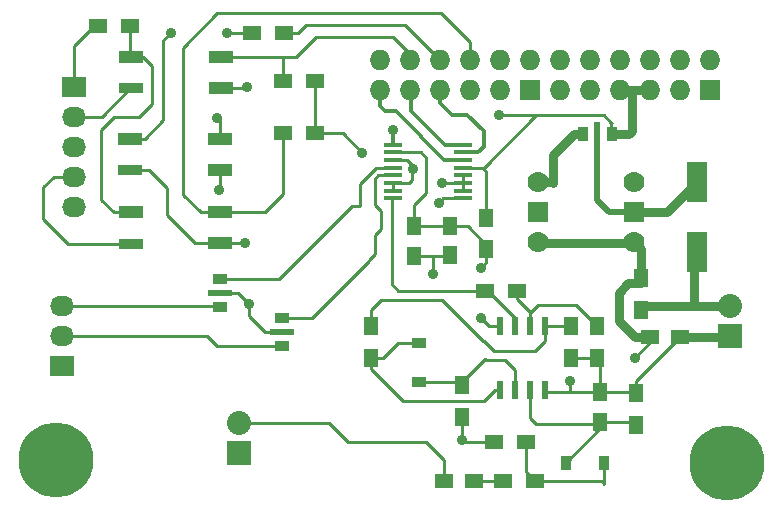
<source format=gtl>
G04 #@! TF.FileFunction,Copper,L1,Top,Signal*
%FSLAX46Y46*%
G04 Gerber Fmt 4.6, Leading zero omitted, Abs format (unit mm)*
G04 Created by KiCad (PCBNEW 4.0.1-stable) date 24/01/2016 09:13:41*
%MOMM*%
G01*
G04 APERTURE LIST*
%ADD10C,0.100000*%
%ADD11R,1.800860X3.500120*%
%ADD12R,1.250000X1.500000*%
%ADD13R,1.500000X1.250000*%
%ADD14R,1.249680X0.899160*%
%ADD15R,1.998980X0.500380*%
%ADD16R,0.899160X1.249680*%
%ADD17R,0.500380X1.998980*%
%ADD18R,2.032000X2.032000*%
%ADD19O,2.032000X2.032000*%
%ADD20R,2.032000X1.727200*%
%ADD21O,2.032000X1.727200*%
%ADD22R,1.727200X1.727200*%
%ADD23O,1.727200X1.727200*%
%ADD24C,1.778000*%
%ADD25R,1.778000X1.778000*%
%ADD26R,1.500000X1.300000*%
%ADD27R,1.300000X1.500000*%
%ADD28R,1.500000X0.450000*%
%ADD29C,6.350000*%
%ADD30R,0.600000X1.550000*%
%ADD31R,0.910000X1.220000*%
%ADD32R,1.220000X0.910000*%
%ADD33R,1.998980X0.899160*%
%ADD34R,1.998980X1.000760*%
%ADD35C,0.889000*%
%ADD36C,0.780000*%
%ADD37C,0.254000*%
%ADD38C,0.350000*%
%ADD39C,0.500000*%
G04 APERTURE END LIST*
D10*
D11*
X157800000Y-112550260D03*
X157800000Y-118549740D03*
D12*
X136900000Y-116300000D03*
X136900000Y-118800000D03*
X133900000Y-116350000D03*
X133900000Y-118850000D03*
D13*
X153850000Y-125750000D03*
X156350000Y-125750000D03*
D14*
X117411500Y-120784620D03*
X117411500Y-123182380D03*
D15*
X117411500Y-121983500D03*
D16*
X148201120Y-108500000D03*
X150598880Y-108500000D03*
D17*
X149400000Y-108500000D03*
D14*
X122682000Y-124086620D03*
X122682000Y-126484380D03*
D15*
X122682000Y-125285500D03*
D18*
X160650000Y-125600000D03*
D19*
X160650000Y-123060000D03*
D20*
X104076500Y-128206500D03*
D21*
X104076500Y-125666500D03*
X104076500Y-123126500D03*
D22*
X143700000Y-104800000D03*
D23*
X143700000Y-102260000D03*
X141160000Y-104800000D03*
X141160000Y-102260000D03*
X138620000Y-104800000D03*
X138620000Y-102260000D03*
X136080000Y-104800000D03*
X136080000Y-102260000D03*
X133540000Y-104800000D03*
X133540000Y-102260000D03*
X131000000Y-104800000D03*
X131000000Y-102260000D03*
D22*
X158900000Y-104800000D03*
D23*
X158900000Y-102260000D03*
X156360000Y-104800000D03*
X156360000Y-102260000D03*
X153820000Y-104800000D03*
X153820000Y-102260000D03*
X151280000Y-104800000D03*
X151280000Y-102260000D03*
X148740000Y-104800000D03*
X148740000Y-102260000D03*
X146200000Y-104800000D03*
X146200000Y-102260000D03*
D24*
X152500000Y-117640000D03*
D25*
X152500000Y-115100000D03*
D24*
X152500000Y-112560000D03*
X144350000Y-117690000D03*
D25*
X144350000Y-115150000D03*
D24*
X144350000Y-112610000D03*
D12*
X149650000Y-132900000D03*
X149650000Y-130400000D03*
D18*
X119062500Y-135572500D03*
D19*
X119062500Y-133032500D03*
D26*
X141398000Y-137922000D03*
X144098000Y-137922000D03*
X143336000Y-134620000D03*
X140636000Y-134620000D03*
D27*
X152650000Y-133150000D03*
X152650000Y-130450000D03*
X137900000Y-129800000D03*
X137900000Y-132500000D03*
X130250000Y-124750000D03*
X130250000Y-127450000D03*
X147150000Y-124750000D03*
X147150000Y-127450000D03*
X149350000Y-124750000D03*
X149350000Y-127450000D03*
D26*
X139850000Y-121800000D03*
X142550000Y-121800000D03*
D28*
X132100000Y-109425000D03*
X132100000Y-110075000D03*
X132100000Y-110725000D03*
X132100000Y-111375000D03*
X132100000Y-112025000D03*
X132100000Y-112675000D03*
X132100000Y-113325000D03*
X132100000Y-113975000D03*
X138000000Y-113975000D03*
X138000000Y-113325000D03*
X138000000Y-112675000D03*
X138000000Y-112025000D03*
X138000000Y-111375000D03*
X138000000Y-110725000D03*
X138000000Y-110075000D03*
X138000000Y-109425000D03*
D29*
X103568500Y-136144000D03*
X160400000Y-136400000D03*
D30*
X141145000Y-130200000D03*
X142415000Y-130200000D03*
X143685000Y-130200000D03*
X144955000Y-130200000D03*
X144955000Y-124800000D03*
X143685000Y-124800000D03*
X142415000Y-124800000D03*
X141145000Y-124800000D03*
D13*
X138918000Y-137922000D03*
X136418000Y-137922000D03*
D31*
X146701000Y-136398000D03*
X149971000Y-136398000D03*
D32*
X134250000Y-129485000D03*
X134250000Y-126215000D03*
D27*
X153100000Y-123450000D03*
X153100000Y-120750000D03*
X140000000Y-115600000D03*
X140000000Y-118300000D03*
D20*
X105092500Y-104521000D03*
D21*
X105092500Y-107061000D03*
X105092500Y-109601000D03*
X105092500Y-112141000D03*
X105092500Y-114681000D03*
D26*
X109808000Y-99377500D03*
X107108000Y-99377500D03*
X122825500Y-99949000D03*
X120125500Y-99949000D03*
X125492500Y-104076500D03*
X122792500Y-104076500D03*
X125492500Y-108458000D03*
X122792500Y-108458000D03*
D33*
X109928660Y-104663240D03*
D34*
X109928660Y-102014020D03*
X117528340Y-102014020D03*
X117528340Y-104614980D03*
D33*
X109801660Y-111584740D03*
D34*
X109801660Y-108935520D03*
X117401340Y-108935520D03*
X117401340Y-111536480D03*
D33*
X109865160Y-117807740D03*
D34*
X109865160Y-115158520D03*
X117464840Y-115158520D03*
X117464840Y-117759480D03*
D35*
X119888000Y-122936000D03*
X119697500Y-104584500D03*
X119570500Y-117729000D03*
X137900000Y-134400000D03*
X133800000Y-111500000D03*
X136250000Y-112650000D03*
X147050000Y-129400000D03*
X135500000Y-120350000D03*
X141097000Y-106934000D03*
X129476500Y-110109000D03*
X152550000Y-127450000D03*
X139550000Y-124100000D03*
X139550000Y-119850000D03*
X132100000Y-108200000D03*
X135950000Y-114350000D03*
X117221000Y-107188000D03*
X117348000Y-113284000D03*
X113284000Y-99949000D03*
X118046500Y-99949000D03*
D36*
X157600000Y-123052500D02*
X157600000Y-118749740D01*
D37*
X157600000Y-118749740D02*
X157800000Y-118549740D01*
D36*
X153100000Y-123052500D02*
X157600000Y-123052500D01*
X157600000Y-123052500D02*
X160642500Y-123052500D01*
D37*
X160642500Y-123052500D02*
X160650000Y-123060000D01*
X122682000Y-125285500D02*
X121221500Y-125285500D01*
X118935500Y-121983500D02*
X119888000Y-122936000D01*
X118935500Y-121983500D02*
X117411500Y-121983500D01*
X119888000Y-123952000D02*
X119888000Y-122936000D01*
X121221500Y-125285500D02*
X119888000Y-123952000D01*
X117528340Y-104614980D02*
X119667020Y-104614980D01*
X119667020Y-104614980D02*
X119697500Y-104584500D01*
X117464840Y-117759480D02*
X119540020Y-117759480D01*
X119540020Y-117759480D02*
X119570500Y-117729000D01*
X117464840Y-117759480D02*
X115346480Y-117759480D01*
X111457740Y-111584740D02*
X109801660Y-111584740D01*
X112966500Y-113093500D02*
X111457740Y-111584740D01*
X112966500Y-115379500D02*
X112966500Y-113093500D01*
X115346480Y-117759480D02*
X112966500Y-115379500D01*
X140636000Y-134620000D02*
X138120000Y-134620000D01*
X137900000Y-134400000D02*
X137900000Y-132600000D01*
X138120000Y-134620000D02*
X137900000Y-134400000D01*
X132100000Y-112675000D02*
X133475000Y-112675000D01*
X133275000Y-110725000D02*
X133800000Y-111250000D01*
X133800000Y-111250000D02*
X133800000Y-111500000D01*
X133275000Y-110725000D02*
X132100000Y-110725000D01*
X133700000Y-111600000D02*
X133800000Y-111500000D01*
X133700000Y-112450000D02*
X133700000Y-111600000D01*
X133475000Y-112675000D02*
X133700000Y-112450000D01*
X132100000Y-113325000D02*
X132100000Y-112675000D01*
X138000000Y-112675000D02*
X136275000Y-112675000D01*
X136275000Y-112675000D02*
X136250000Y-112650000D01*
X138000000Y-112675000D02*
X138000000Y-112025000D01*
X138000000Y-113325000D02*
X138000000Y-112675000D01*
D36*
X152500000Y-115100000D02*
X155250260Y-115100000D01*
X155250260Y-115100000D02*
X157800000Y-112550260D01*
D37*
X147100000Y-130400000D02*
X147100000Y-129450000D01*
X147100000Y-129450000D02*
X147050000Y-129400000D01*
X147150000Y-127450000D02*
X149350000Y-127450000D01*
X149650000Y-130400000D02*
X147100000Y-130400000D01*
X147100000Y-130400000D02*
X145155000Y-130400000D01*
X145155000Y-130400000D02*
X144955000Y-130200000D01*
D36*
X156350000Y-125750000D02*
X160500000Y-125750000D01*
D37*
X160500000Y-125750000D02*
X160650000Y-125600000D01*
X152650000Y-130450000D02*
X152650000Y-129450000D01*
X152650000Y-129450000D02*
X156350000Y-125750000D01*
X149650000Y-130400000D02*
X149650000Y-127750000D01*
X149650000Y-127750000D02*
X149350000Y-127450000D01*
X149650000Y-130400000D02*
X152600000Y-130400000D01*
X152600000Y-130400000D02*
X152650000Y-130450000D01*
X135450000Y-118850000D02*
X135450000Y-120300000D01*
X135450000Y-120300000D02*
X135500000Y-120350000D01*
X133900000Y-118850000D02*
X135450000Y-118850000D01*
X135450000Y-118850000D02*
X136850000Y-118850000D01*
X136850000Y-118850000D02*
X136900000Y-118800000D01*
D38*
X152500000Y-115100000D02*
X153000000Y-115100000D01*
D39*
X152500000Y-115100000D02*
X150400000Y-115100000D01*
X150400000Y-115100000D02*
X149400000Y-114100000D01*
X149400000Y-114100000D02*
X149400000Y-108500000D01*
D37*
X129286000Y-114625120D02*
X128579880Y-114625120D01*
X129286000Y-112776000D02*
X130687000Y-111375000D01*
X132100000Y-111375000D02*
X130687000Y-111375000D01*
X129286000Y-114625120D02*
X129286000Y-112776000D01*
X122420380Y-120784620D02*
X117411500Y-120784620D01*
X128579880Y-114625120D02*
X122420380Y-120784620D01*
X130051810Y-119193310D02*
X130051810Y-119249190D01*
X125214380Y-124086620D02*
X122682000Y-124086620D01*
X130051810Y-119249190D02*
X125214380Y-124086620D01*
X132100000Y-112025000D02*
X130821000Y-112025000D01*
X130556000Y-118689120D02*
X130051810Y-119193310D01*
X130051810Y-119193310D02*
X130048000Y-119197120D01*
X130556000Y-117094000D02*
X130556000Y-118689120D01*
X131064000Y-116586000D02*
X130556000Y-117094000D01*
X131064000Y-115062000D02*
X131064000Y-116586000D01*
X130556000Y-114554000D02*
X131064000Y-115062000D01*
X130556000Y-112290000D02*
X130556000Y-114554000D01*
X130821000Y-112025000D02*
X130556000Y-112290000D01*
D36*
X145600000Y-112600000D02*
X144360000Y-112600000D01*
X144360000Y-112600000D02*
X144350000Y-112610000D01*
X145600000Y-112660000D02*
X145600000Y-112600000D01*
X145600000Y-112600000D02*
X145600000Y-110300000D01*
X145600000Y-110300000D02*
X147400000Y-108500000D01*
X147400000Y-108500000D02*
X148201120Y-108500000D01*
D37*
X125492500Y-108458000D02*
X127825500Y-108458000D01*
X141113000Y-106950000D02*
X144200000Y-106950000D01*
X141097000Y-106934000D02*
X141113000Y-106950000D01*
X127825500Y-108458000D02*
X129476500Y-110109000D01*
X125492500Y-104076500D02*
X125492500Y-108458000D01*
D36*
X150598880Y-108500000D02*
X152100000Y-108500000D01*
X152300000Y-108300000D02*
X152300000Y-104800000D01*
X152100000Y-108500000D02*
X152300000Y-108300000D01*
D37*
X150550000Y-107550000D02*
X150550000Y-108451120D01*
X150550000Y-108451120D02*
X150598880Y-108500000D01*
X138000000Y-111375000D02*
X139775000Y-111375000D01*
X139775000Y-111375000D02*
X144200000Y-106950000D01*
X149950000Y-106950000D02*
X150550000Y-107550000D01*
X144200000Y-106950000D02*
X149950000Y-106950000D01*
X150550000Y-107550000D02*
X150598880Y-107598880D01*
X140000000Y-115997500D02*
X140000000Y-111700000D01*
X139675000Y-111375000D02*
X139650000Y-111375000D01*
X139650000Y-111375000D02*
X138000000Y-111375000D01*
X140000000Y-111700000D02*
X139675000Y-111375000D01*
D36*
X151280000Y-104800000D02*
X152300000Y-104800000D01*
X152300000Y-104800000D02*
X153820000Y-104800000D01*
D37*
X153850000Y-125750000D02*
X153850000Y-126150000D01*
X153850000Y-126150000D02*
X152550000Y-127450000D01*
D36*
X144400000Y-117740000D02*
X145600000Y-117740000D01*
X145600000Y-117740000D02*
X152400000Y-117740000D01*
X144400000Y-117740000D02*
X144350000Y-117690000D01*
X153850000Y-125750000D02*
X152600000Y-125750000D01*
X152002500Y-121147500D02*
X153100000Y-121147500D01*
X151200000Y-121950000D02*
X152002500Y-121147500D01*
X151200000Y-124350000D02*
X151200000Y-121950000D01*
X152600000Y-125750000D02*
X151200000Y-124350000D01*
X153100000Y-121147500D02*
X153100000Y-118240000D01*
X153100000Y-118240000D02*
X152500000Y-117640000D01*
D38*
X152400000Y-117740000D02*
X152500000Y-117640000D01*
D37*
X136900000Y-116300000D02*
X138397500Y-116300000D01*
X138397500Y-116300000D02*
X140000000Y-117902500D01*
X133900000Y-116350000D02*
X136850000Y-116350000D01*
X136850000Y-116350000D02*
X136900000Y-116300000D01*
X141145000Y-124800000D02*
X140250000Y-124800000D01*
X140250000Y-124800000D02*
X139550000Y-124100000D01*
X139550000Y-119850000D02*
X140000000Y-119400000D01*
X140000000Y-119400000D02*
X140000000Y-117902500D01*
X133900000Y-116350000D02*
X133900000Y-114500000D01*
X134425000Y-110075000D02*
X132100000Y-110075000D01*
X134900000Y-110550000D02*
X134425000Y-110075000D01*
X134900000Y-113500000D02*
X134900000Y-110550000D01*
X133900000Y-114500000D02*
X134900000Y-113500000D01*
X104076500Y-123126500D02*
X117355620Y-123126500D01*
X117355620Y-123126500D02*
X117411500Y-123182380D01*
X122682000Y-126484380D02*
X117149880Y-126484380D01*
X116332000Y-125666500D02*
X104076500Y-125666500D01*
X117149880Y-126484380D02*
X116332000Y-125666500D01*
D38*
X143700000Y-102260000D02*
X143340000Y-102260000D01*
X132100000Y-109425000D02*
X132100000Y-108200000D01*
X138000000Y-110075000D02*
X139325000Y-110075000D01*
X136080000Y-105880000D02*
X136080000Y-104800000D01*
X137100000Y-106900000D02*
X136080000Y-105880000D01*
X138350000Y-106900000D02*
X137100000Y-106900000D01*
X139750000Y-108300000D02*
X138350000Y-106900000D01*
X139750000Y-109650000D02*
X139750000Y-108300000D01*
X139325000Y-110075000D02*
X139750000Y-109650000D01*
X138000000Y-109425000D02*
X136475000Y-109425000D01*
X133650000Y-106600000D02*
X133650000Y-104910000D01*
X136475000Y-109425000D02*
X133650000Y-106600000D01*
X133650000Y-104910000D02*
X133540000Y-104800000D01*
X138000000Y-110725000D02*
X136425000Y-110725000D01*
X131000000Y-106150000D02*
X131000000Y-104800000D01*
X131450000Y-106600000D02*
X131000000Y-106150000D01*
X132350000Y-106600000D02*
X131450000Y-106600000D01*
X134450000Y-108700000D02*
X132350000Y-106600000D01*
X134450000Y-108750000D02*
X134450000Y-108700000D01*
X136425000Y-110725000D02*
X134450000Y-108750000D01*
D37*
X146701000Y-136398000D02*
X146701000Y-136382000D01*
X146701000Y-136382000D02*
X149650000Y-133433000D01*
X149650000Y-133433000D02*
X149650000Y-132900000D01*
X149971000Y-133221000D02*
X149650000Y-132900000D01*
X143685000Y-130200000D02*
X143685000Y-132535000D01*
X143685000Y-132535000D02*
X144200000Y-133050000D01*
X149650000Y-132900000D02*
X152400000Y-132900000D01*
X152400000Y-132900000D02*
X152650000Y-133150000D01*
X145900000Y-133050000D02*
X149500000Y-133050000D01*
X149500000Y-133050000D02*
X149650000Y-132900000D01*
X144200000Y-133050000D02*
X145900000Y-133050000D01*
X145800000Y-133050000D02*
X145900000Y-133050000D01*
X134250000Y-129485000D02*
X137585000Y-129485000D01*
X137585000Y-129485000D02*
X137900000Y-129800000D01*
X137900000Y-129900000D02*
X137900000Y-129500000D01*
X137900000Y-129500000D02*
X139850000Y-127550000D01*
X142415000Y-128465000D02*
X142415000Y-130200000D01*
X141600000Y-127650000D02*
X142415000Y-128465000D01*
X139850000Y-127550000D02*
X139950000Y-127650000D01*
X139950000Y-127650000D02*
X141600000Y-127650000D01*
X141145000Y-130200000D02*
X140691000Y-130200000D01*
X130250000Y-128408500D02*
X130250000Y-127450000D01*
X132969000Y-131127500D02*
X130250000Y-128408500D01*
X139763500Y-131127500D02*
X132969000Y-131127500D01*
X140691000Y-130200000D02*
X139763500Y-131127500D01*
X130250000Y-127450000D02*
X131249000Y-127450000D01*
X132484000Y-126215000D02*
X134250000Y-126215000D01*
X131249000Y-127450000D02*
X132484000Y-126215000D01*
D38*
X156198880Y-104961120D02*
X156360000Y-104800000D01*
D37*
X139775000Y-126075000D02*
X139725000Y-126075000D01*
X139725000Y-126075000D02*
X136250000Y-122600000D01*
X133200000Y-122600000D02*
X131100000Y-122600000D01*
X131100000Y-122600000D02*
X130250000Y-123450000D01*
X130250000Y-123450000D02*
X130250000Y-124750000D01*
X133200000Y-122600000D02*
X136250000Y-122600000D01*
X139750000Y-126050000D02*
X139775000Y-126075000D01*
X139775000Y-126075000D02*
X140600000Y-126900000D01*
X140600000Y-126900000D02*
X144100000Y-126900000D01*
X144100000Y-126900000D02*
X144955000Y-126045000D01*
X144955000Y-124800000D02*
X144955000Y-126045000D01*
X144955000Y-124800000D02*
X147100000Y-124800000D01*
X147100000Y-124800000D02*
X147150000Y-124750000D01*
X143685000Y-124800000D02*
X143685000Y-123665000D01*
X147600000Y-123000000D02*
X149350000Y-124750000D01*
X144350000Y-123000000D02*
X147600000Y-123000000D01*
X143685000Y-123665000D02*
X144350000Y-123000000D01*
X143685000Y-124800000D02*
X143685000Y-123585000D01*
X143685000Y-123585000D02*
X142550000Y-122450000D01*
X142550000Y-122450000D02*
X142550000Y-121800000D01*
X139850000Y-121800000D02*
X132550000Y-121800000D01*
X132000000Y-121250000D02*
X132000000Y-114075000D01*
X132550000Y-121800000D02*
X132000000Y-121250000D01*
X132000000Y-114075000D02*
X132100000Y-113975000D01*
X139850000Y-121800000D02*
X140150000Y-121800000D01*
X140150000Y-121800000D02*
X142415000Y-124065000D01*
X142415000Y-124065000D02*
X142415000Y-124800000D01*
X138918000Y-137922000D02*
X141398000Y-137922000D01*
X128016000Y-134366000D02*
X127444500Y-133794500D01*
X128270000Y-134620000D02*
X128016000Y-134366000D01*
X136418000Y-137922000D02*
X136418000Y-136164000D01*
X134874000Y-134620000D02*
X132842000Y-134620000D01*
X136418000Y-136164000D02*
X134874000Y-134620000D01*
X128270000Y-134620000D02*
X132842000Y-134620000D01*
X126682500Y-133032500D02*
X119062500Y-133032500D01*
X127444500Y-133794500D02*
X126682500Y-133032500D01*
X136325000Y-113975000D02*
X138000000Y-113975000D01*
X135950000Y-114350000D02*
X136325000Y-113975000D01*
X149971000Y-136398000D02*
X149971000Y-138128500D01*
X149764500Y-137922000D02*
X144098000Y-137922000D01*
X149971000Y-138128500D02*
X149764500Y-137922000D01*
X143336000Y-134620000D02*
X143336000Y-137160000D01*
X143336000Y-137160000D02*
X144098000Y-137922000D01*
X117464840Y-115158520D02*
X115793520Y-115158520D01*
X138620000Y-100774000D02*
X136144000Y-98298000D01*
X136144000Y-98298000D02*
X129286000Y-98298000D01*
X138620000Y-100774000D02*
X138620000Y-102260000D01*
X117221000Y-98298000D02*
X129286000Y-98298000D01*
X114300000Y-101219000D02*
X117221000Y-98298000D01*
X114300000Y-113665000D02*
X114300000Y-101219000D01*
X115793520Y-115158520D02*
X114300000Y-113665000D01*
X122792500Y-108458000D02*
X122792500Y-113618000D01*
X121251980Y-115158520D02*
X117464840Y-115158520D01*
X122792500Y-113618000D02*
X121251980Y-115158520D01*
X122825500Y-99949000D02*
X124079000Y-99949000D01*
X133096000Y-99314000D02*
X128016000Y-99314000D01*
X133096000Y-99314000D02*
X136042000Y-102260000D01*
X124714000Y-99314000D02*
X128016000Y-99314000D01*
X124079000Y-99949000D02*
X124714000Y-99314000D01*
X136080000Y-102260000D02*
X136042000Y-102260000D01*
X122792500Y-104076500D02*
X122792500Y-102014020D01*
X122809000Y-102044500D02*
X122809000Y-102014020D01*
X122809000Y-102030520D02*
X122809000Y-102044500D01*
X122792500Y-102014020D02*
X122809000Y-102030520D01*
X124968000Y-100909120D02*
X124960380Y-100909120D01*
X132080000Y-100330000D02*
X125547120Y-100330000D01*
X125547120Y-100330000D02*
X124968000Y-100909120D01*
X133540000Y-101790000D02*
X132080000Y-100330000D01*
X123855480Y-102014020D02*
X122809000Y-102014020D01*
X122809000Y-102014020D02*
X117528340Y-102014020D01*
X124960380Y-100909120D02*
X123855480Y-102014020D01*
X133540000Y-102260000D02*
X133540000Y-101790000D01*
X107108000Y-99377500D02*
X106807000Y-99377500D01*
X106807000Y-99377500D02*
X105092500Y-101092000D01*
X105092500Y-101092000D02*
X105092500Y-104521000D01*
X107108000Y-99377500D02*
X107108000Y-99711500D01*
X109928660Y-104663240D02*
X109839760Y-104663240D01*
X109839760Y-104663240D02*
X107442000Y-107061000D01*
X107442000Y-107061000D02*
X105092500Y-107061000D01*
X109928660Y-104663240D02*
X109331760Y-104663240D01*
X117401340Y-108935520D02*
X117401340Y-107368340D01*
X117401340Y-107368340D02*
X117221000Y-107188000D01*
X109865160Y-117807740D02*
X104536240Y-117807740D01*
X103378000Y-112141000D02*
X105092500Y-112141000D01*
X102489000Y-113030000D02*
X103378000Y-112141000D01*
X102489000Y-115760500D02*
X102489000Y-113030000D01*
X104536240Y-117807740D02*
X102489000Y-115760500D01*
X117401340Y-113230660D02*
X117401340Y-111536480D01*
X117348000Y-113284000D02*
X117401340Y-113230660D01*
X109928660Y-102014020D02*
X110904020Y-102014020D01*
X110904020Y-102014020D02*
X111696500Y-102806500D01*
X108427520Y-115158520D02*
X109865160Y-115158520D01*
X107378500Y-114109500D02*
X108427520Y-115158520D01*
X107378500Y-108204000D02*
X107378500Y-114109500D01*
X108458000Y-107124500D02*
X107378500Y-108204000D01*
X110553500Y-107124500D02*
X108458000Y-107124500D01*
X111696500Y-105981500D02*
X110553500Y-107124500D01*
X111696500Y-102806500D02*
X111696500Y-105981500D01*
X109808000Y-99377500D02*
X109808000Y-101893360D01*
X109808000Y-101893360D02*
X109928660Y-102014020D01*
X120125500Y-99949000D02*
X118046500Y-99949000D01*
X111091980Y-108935520D02*
X109801660Y-108935520D01*
X112649000Y-107378500D02*
X111091980Y-108935520D01*
X112649000Y-100584000D02*
X112649000Y-107378500D01*
X113284000Y-99949000D02*
X112649000Y-100584000D01*
M02*

</source>
